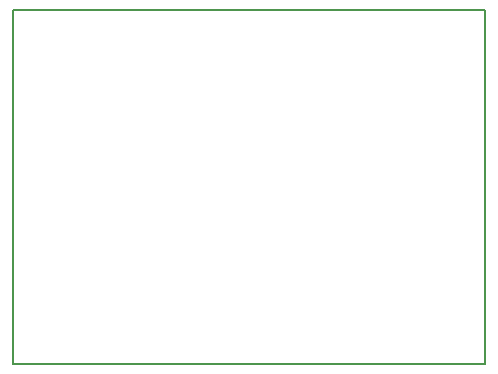
<source format=gbr>
%TF.GenerationSoftware,KiCad,Pcbnew,8.0.2*%
%TF.CreationDate,2024-05-27T00:00:39+02:00*%
%TF.ProjectId,ESP-Logger-HW,4553502d-4c6f-4676-9765-722d48572e6b,rev?*%
%TF.SameCoordinates,Original*%
%TF.FileFunction,Profile,NP*%
%FSLAX46Y46*%
G04 Gerber Fmt 4.6, Leading zero omitted, Abs format (unit mm)*
G04 Created by KiCad (PCBNEW 8.0.2) date 2024-05-27 00:00:39*
%MOMM*%
%LPD*%
G01*
G04 APERTURE LIST*
%TA.AperFunction,Profile*%
%ADD10C,0.150000*%
%TD*%
G04 APERTURE END LIST*
D10*
X20000000Y-50000000D02*
X20000000Y-20000000D01*
X20000000Y-20000000D02*
X60000000Y-20000000D01*
X60000000Y-20000000D02*
X60000000Y-50000000D01*
X60000000Y-50000000D02*
X20000000Y-50000000D01*
M02*

</source>
